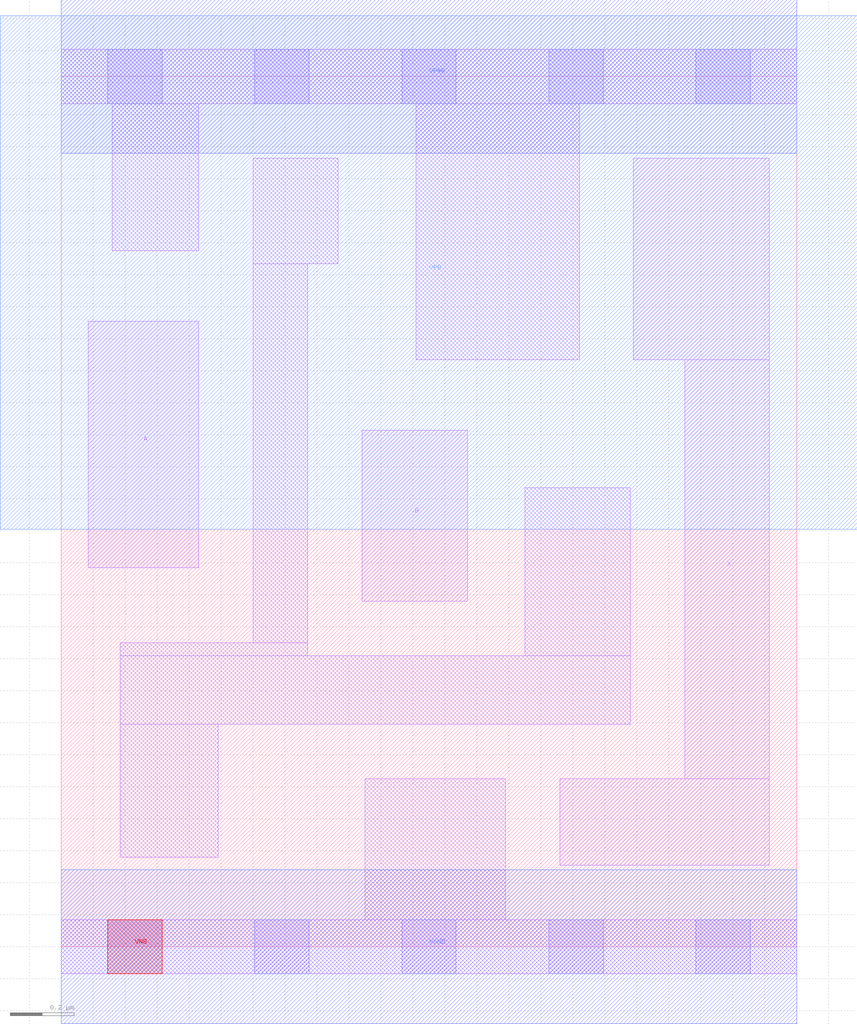
<source format=lef>
# Copyright 2020 The SkyWater PDK Authors
#
# Licensed under the Apache License, Version 2.0 (the "License");
# you may not use this file except in compliance with the License.
# You may obtain a copy of the License at
#
#     https://www.apache.org/licenses/LICENSE-2.0
#
# Unless required by applicable law or agreed to in writing, software
# distributed under the License is distributed on an "AS IS" BASIS,
# WITHOUT WARRANTIES OR CONDITIONS OF ANY KIND, either express or implied.
# See the License for the specific language governing permissions and
# limitations under the License.
#
# SPDX-License-Identifier: Apache-2.0

VERSION 5.7 ;
  NOWIREEXTENSIONATPIN ON ;
  DIVIDERCHAR "/" ;
  BUSBITCHARS "[]" ;
MACRO sky130_fd_sc_hd__and2_0
  CLASS CORE ;
  FOREIGN sky130_fd_sc_hd__and2_0 ;
  ORIGIN  0.000000  0.000000 ;
  SIZE  2.300000 BY  2.720000 ;
  SYMMETRY X Y R90 ;
  SITE unithd ;
  PIN A
    ANTENNAGATEAREA  0.126000 ;
    DIRECTION INPUT ;
    USE SIGNAL ;
    PORT
      LAYER li1 ;
        RECT 0.085000 1.185000 0.430000 1.955000 ;
    END
  END A
  PIN B
    ANTENNAGATEAREA  0.126000 ;
    DIRECTION INPUT ;
    USE SIGNAL ;
    PORT
      LAYER li1 ;
        RECT 0.940000 1.080000 1.270000 1.615000 ;
    END
  END B
  PIN VNB
    PORT
      LAYER pwell ;
        RECT 0.145000 -0.085000 0.315000 0.085000 ;
    END
  END VNB
  PIN VPB
    PORT
      LAYER nwell ;
        RECT -0.190000 1.305000 2.490000 2.910000 ;
    END
  END VPB
  PIN X
    ANTENNADIFFAREA  0.280900 ;
    DIRECTION OUTPUT ;
    USE SIGNAL ;
    PORT
      LAYER li1 ;
        RECT 1.560000 0.255000 2.215000 0.525000 ;
        RECT 1.790000 1.835000 2.215000 2.465000 ;
        RECT 1.950000 0.525000 2.215000 1.835000 ;
    END
  END X
  PIN VGND
    DIRECTION INOUT ;
    SHAPE ABUTMENT ;
    USE GROUND ;
    PORT
      LAYER met1 ;
        RECT 0.000000 -0.240000 2.300000 0.240000 ;
    END
  END VGND
  PIN VPWR
    DIRECTION INOUT ;
    SHAPE ABUTMENT ;
    USE POWER ;
    PORT
      LAYER met1 ;
        RECT 0.000000 2.480000 2.300000 2.960000 ;
    END
  END VPWR
  OBS
    LAYER li1 ;
      RECT 0.000000 -0.085000 2.300000 0.085000 ;
      RECT 0.000000  2.635000 2.300000 2.805000 ;
      RECT 0.160000  2.175000 0.430000 2.635000 ;
      RECT 0.185000  0.280000 0.490000 0.695000 ;
      RECT 0.185000  0.695000 1.780000 0.910000 ;
      RECT 0.185000  0.910000 0.770000 0.950000 ;
      RECT 0.600000  0.950000 0.770000 2.135000 ;
      RECT 0.600000  2.135000 0.865000 2.465000 ;
      RECT 0.950000  0.085000 1.390000 0.525000 ;
      RECT 1.110000  1.835000 1.620000 2.635000 ;
      RECT 1.450000  0.910000 1.780000 1.435000 ;
    LAYER mcon ;
      RECT 0.145000 -0.085000 0.315000 0.085000 ;
      RECT 0.145000  2.635000 0.315000 2.805000 ;
      RECT 0.605000 -0.085000 0.775000 0.085000 ;
      RECT 0.605000  2.635000 0.775000 2.805000 ;
      RECT 1.065000 -0.085000 1.235000 0.085000 ;
      RECT 1.065000  2.635000 1.235000 2.805000 ;
      RECT 1.525000 -0.085000 1.695000 0.085000 ;
      RECT 1.525000  2.635000 1.695000 2.805000 ;
      RECT 1.985000 -0.085000 2.155000 0.085000 ;
      RECT 1.985000  2.635000 2.155000 2.805000 ;
  END
END sky130_fd_sc_hd__and2_0
END LIBRARY

</source>
